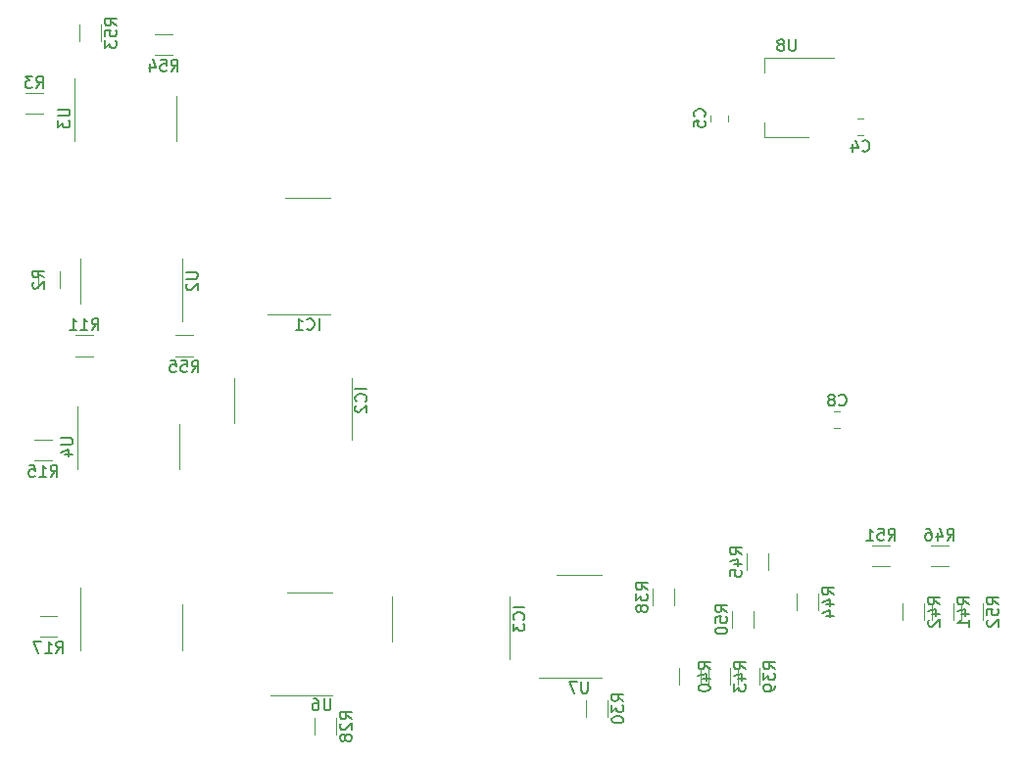
<source format=gbr>
%TF.GenerationSoftware,KiCad,Pcbnew,7.0.1*%
%TF.CreationDate,2023-04-28T17:30:44+02:00*%
%TF.ProjectId,Hexapod_Hardware,48657861-706f-4645-9f48-617264776172,rev?*%
%TF.SameCoordinates,Original*%
%TF.FileFunction,Legend,Bot*%
%TF.FilePolarity,Positive*%
%FSLAX46Y46*%
G04 Gerber Fmt 4.6, Leading zero omitted, Abs format (unit mm)*
G04 Created by KiCad (PCBNEW 7.0.1) date 2023-04-28 17:30:44*
%MOMM*%
%LPD*%
G01*
G04 APERTURE LIST*
%ADD10C,0.150000*%
%ADD11C,0.120000*%
G04 APERTURE END LIST*
D10*
%TO.C,U7*%
X114364904Y-107358619D02*
X114364904Y-108168142D01*
X114364904Y-108168142D02*
X114317285Y-108263380D01*
X114317285Y-108263380D02*
X114269666Y-108311000D01*
X114269666Y-108311000D02*
X114174428Y-108358619D01*
X114174428Y-108358619D02*
X113983952Y-108358619D01*
X113983952Y-108358619D02*
X113888714Y-108311000D01*
X113888714Y-108311000D02*
X113841095Y-108263380D01*
X113841095Y-108263380D02*
X113793476Y-108168142D01*
X113793476Y-108168142D02*
X113793476Y-107358619D01*
X113412523Y-107358619D02*
X112745857Y-107358619D01*
X112745857Y-107358619D02*
X113174428Y-108358619D01*
%TO.C,U8*%
X132333904Y-51858619D02*
X132333904Y-52668142D01*
X132333904Y-52668142D02*
X132286285Y-52763380D01*
X132286285Y-52763380D02*
X132238666Y-52811000D01*
X132238666Y-52811000D02*
X132143428Y-52858619D01*
X132143428Y-52858619D02*
X131952952Y-52858619D01*
X131952952Y-52858619D02*
X131857714Y-52811000D01*
X131857714Y-52811000D02*
X131810095Y-52763380D01*
X131810095Y-52763380D02*
X131762476Y-52668142D01*
X131762476Y-52668142D02*
X131762476Y-51858619D01*
X131143428Y-52287190D02*
X131238666Y-52239571D01*
X131238666Y-52239571D02*
X131286285Y-52191952D01*
X131286285Y-52191952D02*
X131333904Y-52096714D01*
X131333904Y-52096714D02*
X131333904Y-52049095D01*
X131333904Y-52049095D02*
X131286285Y-51953857D01*
X131286285Y-51953857D02*
X131238666Y-51906238D01*
X131238666Y-51906238D02*
X131143428Y-51858619D01*
X131143428Y-51858619D02*
X130952952Y-51858619D01*
X130952952Y-51858619D02*
X130857714Y-51906238D01*
X130857714Y-51906238D02*
X130810095Y-51953857D01*
X130810095Y-51953857D02*
X130762476Y-52049095D01*
X130762476Y-52049095D02*
X130762476Y-52096714D01*
X130762476Y-52096714D02*
X130810095Y-52191952D01*
X130810095Y-52191952D02*
X130857714Y-52239571D01*
X130857714Y-52239571D02*
X130952952Y-52287190D01*
X130952952Y-52287190D02*
X131143428Y-52287190D01*
X131143428Y-52287190D02*
X131238666Y-52334809D01*
X131238666Y-52334809D02*
X131286285Y-52382428D01*
X131286285Y-52382428D02*
X131333904Y-52477666D01*
X131333904Y-52477666D02*
X131333904Y-52668142D01*
X131333904Y-52668142D02*
X131286285Y-52763380D01*
X131286285Y-52763380D02*
X131238666Y-52811000D01*
X131238666Y-52811000D02*
X131143428Y-52858619D01*
X131143428Y-52858619D02*
X130952952Y-52858619D01*
X130952952Y-52858619D02*
X130857714Y-52811000D01*
X130857714Y-52811000D02*
X130810095Y-52763380D01*
X130810095Y-52763380D02*
X130762476Y-52668142D01*
X130762476Y-52668142D02*
X130762476Y-52477666D01*
X130762476Y-52477666D02*
X130810095Y-52382428D01*
X130810095Y-52382428D02*
X130857714Y-52334809D01*
X130857714Y-52334809D02*
X130952952Y-52287190D01*
%TO.C,R55*%
X80144857Y-80609119D02*
X80478190Y-80132928D01*
X80716285Y-80609119D02*
X80716285Y-79609119D01*
X80716285Y-79609119D02*
X80335333Y-79609119D01*
X80335333Y-79609119D02*
X80240095Y-79656738D01*
X80240095Y-79656738D02*
X80192476Y-79704357D01*
X80192476Y-79704357D02*
X80144857Y-79799595D01*
X80144857Y-79799595D02*
X80144857Y-79942452D01*
X80144857Y-79942452D02*
X80192476Y-80037690D01*
X80192476Y-80037690D02*
X80240095Y-80085309D01*
X80240095Y-80085309D02*
X80335333Y-80132928D01*
X80335333Y-80132928D02*
X80716285Y-80132928D01*
X79240095Y-79609119D02*
X79716285Y-79609119D01*
X79716285Y-79609119D02*
X79763904Y-80085309D01*
X79763904Y-80085309D02*
X79716285Y-80037690D01*
X79716285Y-80037690D02*
X79621047Y-79990071D01*
X79621047Y-79990071D02*
X79382952Y-79990071D01*
X79382952Y-79990071D02*
X79287714Y-80037690D01*
X79287714Y-80037690D02*
X79240095Y-80085309D01*
X79240095Y-80085309D02*
X79192476Y-80180547D01*
X79192476Y-80180547D02*
X79192476Y-80418642D01*
X79192476Y-80418642D02*
X79240095Y-80513880D01*
X79240095Y-80513880D02*
X79287714Y-80561500D01*
X79287714Y-80561500D02*
X79382952Y-80609119D01*
X79382952Y-80609119D02*
X79621047Y-80609119D01*
X79621047Y-80609119D02*
X79716285Y-80561500D01*
X79716285Y-80561500D02*
X79763904Y-80513880D01*
X78287714Y-79609119D02*
X78763904Y-79609119D01*
X78763904Y-79609119D02*
X78811523Y-80085309D01*
X78811523Y-80085309D02*
X78763904Y-80037690D01*
X78763904Y-80037690D02*
X78668666Y-79990071D01*
X78668666Y-79990071D02*
X78430571Y-79990071D01*
X78430571Y-79990071D02*
X78335333Y-80037690D01*
X78335333Y-80037690D02*
X78287714Y-80085309D01*
X78287714Y-80085309D02*
X78240095Y-80180547D01*
X78240095Y-80180547D02*
X78240095Y-80418642D01*
X78240095Y-80418642D02*
X78287714Y-80513880D01*
X78287714Y-80513880D02*
X78335333Y-80561500D01*
X78335333Y-80561500D02*
X78430571Y-80609119D01*
X78430571Y-80609119D02*
X78668666Y-80609119D01*
X78668666Y-80609119D02*
X78763904Y-80561500D01*
X78763904Y-80561500D02*
X78811523Y-80513880D01*
%TO.C,IC1*%
X91146189Y-76974619D02*
X91146189Y-75974619D01*
X90098571Y-76879380D02*
X90146190Y-76927000D01*
X90146190Y-76927000D02*
X90289047Y-76974619D01*
X90289047Y-76974619D02*
X90384285Y-76974619D01*
X90384285Y-76974619D02*
X90527142Y-76927000D01*
X90527142Y-76927000D02*
X90622380Y-76831761D01*
X90622380Y-76831761D02*
X90669999Y-76736523D01*
X90669999Y-76736523D02*
X90717618Y-76546047D01*
X90717618Y-76546047D02*
X90717618Y-76403190D01*
X90717618Y-76403190D02*
X90669999Y-76212714D01*
X90669999Y-76212714D02*
X90622380Y-76117476D01*
X90622380Y-76117476D02*
X90527142Y-76022238D01*
X90527142Y-76022238D02*
X90384285Y-75974619D01*
X90384285Y-75974619D02*
X90289047Y-75974619D01*
X90289047Y-75974619D02*
X90146190Y-76022238D01*
X90146190Y-76022238D02*
X90098571Y-76069857D01*
X89146190Y-76974619D02*
X89717618Y-76974619D01*
X89431904Y-76974619D02*
X89431904Y-75974619D01*
X89431904Y-75974619D02*
X89527142Y-76117476D01*
X89527142Y-76117476D02*
X89622380Y-76212714D01*
X89622380Y-76212714D02*
X89717618Y-76260333D01*
%TO.C,R2*%
X67370619Y-72451333D02*
X66894428Y-72118000D01*
X67370619Y-71879905D02*
X66370619Y-71879905D01*
X66370619Y-71879905D02*
X66370619Y-72260857D01*
X66370619Y-72260857D02*
X66418238Y-72356095D01*
X66418238Y-72356095D02*
X66465857Y-72403714D01*
X66465857Y-72403714D02*
X66561095Y-72451333D01*
X66561095Y-72451333D02*
X66703952Y-72451333D01*
X66703952Y-72451333D02*
X66799190Y-72403714D01*
X66799190Y-72403714D02*
X66846809Y-72356095D01*
X66846809Y-72356095D02*
X66894428Y-72260857D01*
X66894428Y-72260857D02*
X66894428Y-71879905D01*
X66465857Y-72832286D02*
X66418238Y-72879905D01*
X66418238Y-72879905D02*
X66370619Y-72975143D01*
X66370619Y-72975143D02*
X66370619Y-73213238D01*
X66370619Y-73213238D02*
X66418238Y-73308476D01*
X66418238Y-73308476D02*
X66465857Y-73356095D01*
X66465857Y-73356095D02*
X66561095Y-73403714D01*
X66561095Y-73403714D02*
X66656333Y-73403714D01*
X66656333Y-73403714D02*
X66799190Y-73356095D01*
X66799190Y-73356095D02*
X67370619Y-72784667D01*
X67370619Y-72784667D02*
X67370619Y-73403714D01*
%TO.C,R41*%
X147316619Y-100703142D02*
X146840428Y-100369809D01*
X147316619Y-100131714D02*
X146316619Y-100131714D01*
X146316619Y-100131714D02*
X146316619Y-100512666D01*
X146316619Y-100512666D02*
X146364238Y-100607904D01*
X146364238Y-100607904D02*
X146411857Y-100655523D01*
X146411857Y-100655523D02*
X146507095Y-100703142D01*
X146507095Y-100703142D02*
X146649952Y-100703142D01*
X146649952Y-100703142D02*
X146745190Y-100655523D01*
X146745190Y-100655523D02*
X146792809Y-100607904D01*
X146792809Y-100607904D02*
X146840428Y-100512666D01*
X146840428Y-100512666D02*
X146840428Y-100131714D01*
X146649952Y-101560285D02*
X147316619Y-101560285D01*
X146269000Y-101322190D02*
X146983285Y-101084095D01*
X146983285Y-101084095D02*
X146983285Y-101703142D01*
X147316619Y-102607904D02*
X147316619Y-102036476D01*
X147316619Y-102322190D02*
X146316619Y-102322190D01*
X146316619Y-102322190D02*
X146459476Y-102226952D01*
X146459476Y-102226952D02*
X146554714Y-102131714D01*
X146554714Y-102131714D02*
X146602333Y-102036476D01*
%TO.C,R53*%
X73656619Y-50665142D02*
X73180428Y-50331809D01*
X73656619Y-50093714D02*
X72656619Y-50093714D01*
X72656619Y-50093714D02*
X72656619Y-50474666D01*
X72656619Y-50474666D02*
X72704238Y-50569904D01*
X72704238Y-50569904D02*
X72751857Y-50617523D01*
X72751857Y-50617523D02*
X72847095Y-50665142D01*
X72847095Y-50665142D02*
X72989952Y-50665142D01*
X72989952Y-50665142D02*
X73085190Y-50617523D01*
X73085190Y-50617523D02*
X73132809Y-50569904D01*
X73132809Y-50569904D02*
X73180428Y-50474666D01*
X73180428Y-50474666D02*
X73180428Y-50093714D01*
X72656619Y-51569904D02*
X72656619Y-51093714D01*
X72656619Y-51093714D02*
X73132809Y-51046095D01*
X73132809Y-51046095D02*
X73085190Y-51093714D01*
X73085190Y-51093714D02*
X73037571Y-51188952D01*
X73037571Y-51188952D02*
X73037571Y-51427047D01*
X73037571Y-51427047D02*
X73085190Y-51522285D01*
X73085190Y-51522285D02*
X73132809Y-51569904D01*
X73132809Y-51569904D02*
X73228047Y-51617523D01*
X73228047Y-51617523D02*
X73466142Y-51617523D01*
X73466142Y-51617523D02*
X73561380Y-51569904D01*
X73561380Y-51569904D02*
X73609000Y-51522285D01*
X73609000Y-51522285D02*
X73656619Y-51427047D01*
X73656619Y-51427047D02*
X73656619Y-51188952D01*
X73656619Y-51188952D02*
X73609000Y-51093714D01*
X73609000Y-51093714D02*
X73561380Y-51046095D01*
X72656619Y-51950857D02*
X72656619Y-52569904D01*
X72656619Y-52569904D02*
X73037571Y-52236571D01*
X73037571Y-52236571D02*
X73037571Y-52379428D01*
X73037571Y-52379428D02*
X73085190Y-52474666D01*
X73085190Y-52474666D02*
X73132809Y-52522285D01*
X73132809Y-52522285D02*
X73228047Y-52569904D01*
X73228047Y-52569904D02*
X73466142Y-52569904D01*
X73466142Y-52569904D02*
X73561380Y-52522285D01*
X73561380Y-52522285D02*
X73609000Y-52474666D01*
X73609000Y-52474666D02*
X73656619Y-52379428D01*
X73656619Y-52379428D02*
X73656619Y-52093714D01*
X73656619Y-52093714D02*
X73609000Y-51998476D01*
X73609000Y-51998476D02*
X73561380Y-51950857D01*
%TO.C,R30*%
X117442119Y-109052642D02*
X116965928Y-108719309D01*
X117442119Y-108481214D02*
X116442119Y-108481214D01*
X116442119Y-108481214D02*
X116442119Y-108862166D01*
X116442119Y-108862166D02*
X116489738Y-108957404D01*
X116489738Y-108957404D02*
X116537357Y-109005023D01*
X116537357Y-109005023D02*
X116632595Y-109052642D01*
X116632595Y-109052642D02*
X116775452Y-109052642D01*
X116775452Y-109052642D02*
X116870690Y-109005023D01*
X116870690Y-109005023D02*
X116918309Y-108957404D01*
X116918309Y-108957404D02*
X116965928Y-108862166D01*
X116965928Y-108862166D02*
X116965928Y-108481214D01*
X116442119Y-109385976D02*
X116442119Y-110005023D01*
X116442119Y-110005023D02*
X116823071Y-109671690D01*
X116823071Y-109671690D02*
X116823071Y-109814547D01*
X116823071Y-109814547D02*
X116870690Y-109909785D01*
X116870690Y-109909785D02*
X116918309Y-109957404D01*
X116918309Y-109957404D02*
X117013547Y-110005023D01*
X117013547Y-110005023D02*
X117251642Y-110005023D01*
X117251642Y-110005023D02*
X117346880Y-109957404D01*
X117346880Y-109957404D02*
X117394500Y-109909785D01*
X117394500Y-109909785D02*
X117442119Y-109814547D01*
X117442119Y-109814547D02*
X117442119Y-109528833D01*
X117442119Y-109528833D02*
X117394500Y-109433595D01*
X117394500Y-109433595D02*
X117346880Y-109385976D01*
X116442119Y-110624071D02*
X116442119Y-110719309D01*
X116442119Y-110719309D02*
X116489738Y-110814547D01*
X116489738Y-110814547D02*
X116537357Y-110862166D01*
X116537357Y-110862166D02*
X116632595Y-110909785D01*
X116632595Y-110909785D02*
X116823071Y-110957404D01*
X116823071Y-110957404D02*
X117061166Y-110957404D01*
X117061166Y-110957404D02*
X117251642Y-110909785D01*
X117251642Y-110909785D02*
X117346880Y-110862166D01*
X117346880Y-110862166D02*
X117394500Y-110814547D01*
X117394500Y-110814547D02*
X117442119Y-110719309D01*
X117442119Y-110719309D02*
X117442119Y-110624071D01*
X117442119Y-110624071D02*
X117394500Y-110528833D01*
X117394500Y-110528833D02*
X117346880Y-110481214D01*
X117346880Y-110481214D02*
X117251642Y-110433595D01*
X117251642Y-110433595D02*
X117061166Y-110385976D01*
X117061166Y-110385976D02*
X116823071Y-110385976D01*
X116823071Y-110385976D02*
X116632595Y-110433595D01*
X116632595Y-110433595D02*
X116537357Y-110481214D01*
X116537357Y-110481214D02*
X116489738Y-110528833D01*
X116489738Y-110528833D02*
X116442119Y-110624071D01*
%TO.C,R51*%
X140342857Y-95162619D02*
X140676190Y-94686428D01*
X140914285Y-95162619D02*
X140914285Y-94162619D01*
X140914285Y-94162619D02*
X140533333Y-94162619D01*
X140533333Y-94162619D02*
X140438095Y-94210238D01*
X140438095Y-94210238D02*
X140390476Y-94257857D01*
X140390476Y-94257857D02*
X140342857Y-94353095D01*
X140342857Y-94353095D02*
X140342857Y-94495952D01*
X140342857Y-94495952D02*
X140390476Y-94591190D01*
X140390476Y-94591190D02*
X140438095Y-94638809D01*
X140438095Y-94638809D02*
X140533333Y-94686428D01*
X140533333Y-94686428D02*
X140914285Y-94686428D01*
X139438095Y-94162619D02*
X139914285Y-94162619D01*
X139914285Y-94162619D02*
X139961904Y-94638809D01*
X139961904Y-94638809D02*
X139914285Y-94591190D01*
X139914285Y-94591190D02*
X139819047Y-94543571D01*
X139819047Y-94543571D02*
X139580952Y-94543571D01*
X139580952Y-94543571D02*
X139485714Y-94591190D01*
X139485714Y-94591190D02*
X139438095Y-94638809D01*
X139438095Y-94638809D02*
X139390476Y-94734047D01*
X139390476Y-94734047D02*
X139390476Y-94972142D01*
X139390476Y-94972142D02*
X139438095Y-95067380D01*
X139438095Y-95067380D02*
X139485714Y-95115000D01*
X139485714Y-95115000D02*
X139580952Y-95162619D01*
X139580952Y-95162619D02*
X139819047Y-95162619D01*
X139819047Y-95162619D02*
X139914285Y-95115000D01*
X139914285Y-95115000D02*
X139961904Y-95067380D01*
X138438095Y-95162619D02*
X139009523Y-95162619D01*
X138723809Y-95162619D02*
X138723809Y-94162619D01*
X138723809Y-94162619D02*
X138819047Y-94305476D01*
X138819047Y-94305476D02*
X138914285Y-94400714D01*
X138914285Y-94400714D02*
X139009523Y-94448333D01*
%TO.C,R54*%
X78366857Y-54606619D02*
X78700190Y-54130428D01*
X78938285Y-54606619D02*
X78938285Y-53606619D01*
X78938285Y-53606619D02*
X78557333Y-53606619D01*
X78557333Y-53606619D02*
X78462095Y-53654238D01*
X78462095Y-53654238D02*
X78414476Y-53701857D01*
X78414476Y-53701857D02*
X78366857Y-53797095D01*
X78366857Y-53797095D02*
X78366857Y-53939952D01*
X78366857Y-53939952D02*
X78414476Y-54035190D01*
X78414476Y-54035190D02*
X78462095Y-54082809D01*
X78462095Y-54082809D02*
X78557333Y-54130428D01*
X78557333Y-54130428D02*
X78938285Y-54130428D01*
X77462095Y-53606619D02*
X77938285Y-53606619D01*
X77938285Y-53606619D02*
X77985904Y-54082809D01*
X77985904Y-54082809D02*
X77938285Y-54035190D01*
X77938285Y-54035190D02*
X77843047Y-53987571D01*
X77843047Y-53987571D02*
X77604952Y-53987571D01*
X77604952Y-53987571D02*
X77509714Y-54035190D01*
X77509714Y-54035190D02*
X77462095Y-54082809D01*
X77462095Y-54082809D02*
X77414476Y-54178047D01*
X77414476Y-54178047D02*
X77414476Y-54416142D01*
X77414476Y-54416142D02*
X77462095Y-54511380D01*
X77462095Y-54511380D02*
X77509714Y-54559000D01*
X77509714Y-54559000D02*
X77604952Y-54606619D01*
X77604952Y-54606619D02*
X77843047Y-54606619D01*
X77843047Y-54606619D02*
X77938285Y-54559000D01*
X77938285Y-54559000D02*
X77985904Y-54511380D01*
X76557333Y-53939952D02*
X76557333Y-54606619D01*
X76795428Y-53559000D02*
X77033523Y-54273285D01*
X77033523Y-54273285D02*
X76414476Y-54273285D01*
%TO.C,R40*%
X124922619Y-106291142D02*
X124446428Y-105957809D01*
X124922619Y-105719714D02*
X123922619Y-105719714D01*
X123922619Y-105719714D02*
X123922619Y-106100666D01*
X123922619Y-106100666D02*
X123970238Y-106195904D01*
X123970238Y-106195904D02*
X124017857Y-106243523D01*
X124017857Y-106243523D02*
X124113095Y-106291142D01*
X124113095Y-106291142D02*
X124255952Y-106291142D01*
X124255952Y-106291142D02*
X124351190Y-106243523D01*
X124351190Y-106243523D02*
X124398809Y-106195904D01*
X124398809Y-106195904D02*
X124446428Y-106100666D01*
X124446428Y-106100666D02*
X124446428Y-105719714D01*
X124255952Y-107148285D02*
X124922619Y-107148285D01*
X123875000Y-106910190D02*
X124589285Y-106672095D01*
X124589285Y-106672095D02*
X124589285Y-107291142D01*
X123922619Y-107862571D02*
X123922619Y-107957809D01*
X123922619Y-107957809D02*
X123970238Y-108053047D01*
X123970238Y-108053047D02*
X124017857Y-108100666D01*
X124017857Y-108100666D02*
X124113095Y-108148285D01*
X124113095Y-108148285D02*
X124303571Y-108195904D01*
X124303571Y-108195904D02*
X124541666Y-108195904D01*
X124541666Y-108195904D02*
X124732142Y-108148285D01*
X124732142Y-108148285D02*
X124827380Y-108100666D01*
X124827380Y-108100666D02*
X124875000Y-108053047D01*
X124875000Y-108053047D02*
X124922619Y-107957809D01*
X124922619Y-107957809D02*
X124922619Y-107862571D01*
X124922619Y-107862571D02*
X124875000Y-107767333D01*
X124875000Y-107767333D02*
X124827380Y-107719714D01*
X124827380Y-107719714D02*
X124732142Y-107672095D01*
X124732142Y-107672095D02*
X124541666Y-107624476D01*
X124541666Y-107624476D02*
X124303571Y-107624476D01*
X124303571Y-107624476D02*
X124113095Y-107672095D01*
X124113095Y-107672095D02*
X124017857Y-107719714D01*
X124017857Y-107719714D02*
X123970238Y-107767333D01*
X123970238Y-107767333D02*
X123922619Y-107862571D01*
%TO.C,U4*%
X68858619Y-86295095D02*
X69668142Y-86295095D01*
X69668142Y-86295095D02*
X69763380Y-86342714D01*
X69763380Y-86342714D02*
X69811000Y-86390333D01*
X69811000Y-86390333D02*
X69858619Y-86485571D01*
X69858619Y-86485571D02*
X69858619Y-86676047D01*
X69858619Y-86676047D02*
X69811000Y-86771285D01*
X69811000Y-86771285D02*
X69763380Y-86818904D01*
X69763380Y-86818904D02*
X69668142Y-86866523D01*
X69668142Y-86866523D02*
X68858619Y-86866523D01*
X69191952Y-87771285D02*
X69858619Y-87771285D01*
X68811000Y-87533190D02*
X69525285Y-87295095D01*
X69525285Y-87295095D02*
X69525285Y-87914142D01*
%TO.C,C4*%
X138088666Y-61483380D02*
X138136285Y-61531000D01*
X138136285Y-61531000D02*
X138279142Y-61578619D01*
X138279142Y-61578619D02*
X138374380Y-61578619D01*
X138374380Y-61578619D02*
X138517237Y-61531000D01*
X138517237Y-61531000D02*
X138612475Y-61435761D01*
X138612475Y-61435761D02*
X138660094Y-61340523D01*
X138660094Y-61340523D02*
X138707713Y-61150047D01*
X138707713Y-61150047D02*
X138707713Y-61007190D01*
X138707713Y-61007190D02*
X138660094Y-60816714D01*
X138660094Y-60816714D02*
X138612475Y-60721476D01*
X138612475Y-60721476D02*
X138517237Y-60626238D01*
X138517237Y-60626238D02*
X138374380Y-60578619D01*
X138374380Y-60578619D02*
X138279142Y-60578619D01*
X138279142Y-60578619D02*
X138136285Y-60626238D01*
X138136285Y-60626238D02*
X138088666Y-60673857D01*
X137231523Y-60911952D02*
X137231523Y-61578619D01*
X137469618Y-60531000D02*
X137707713Y-61245285D01*
X137707713Y-61245285D02*
X137088666Y-61245285D01*
%TO.C,IC3*%
X108909619Y-100979810D02*
X107909619Y-100979810D01*
X108814380Y-102027428D02*
X108862000Y-101979809D01*
X108862000Y-101979809D02*
X108909619Y-101836952D01*
X108909619Y-101836952D02*
X108909619Y-101741714D01*
X108909619Y-101741714D02*
X108862000Y-101598857D01*
X108862000Y-101598857D02*
X108766761Y-101503619D01*
X108766761Y-101503619D02*
X108671523Y-101456000D01*
X108671523Y-101456000D02*
X108481047Y-101408381D01*
X108481047Y-101408381D02*
X108338190Y-101408381D01*
X108338190Y-101408381D02*
X108147714Y-101456000D01*
X108147714Y-101456000D02*
X108052476Y-101503619D01*
X108052476Y-101503619D02*
X107957238Y-101598857D01*
X107957238Y-101598857D02*
X107909619Y-101741714D01*
X107909619Y-101741714D02*
X107909619Y-101836952D01*
X107909619Y-101836952D02*
X107957238Y-101979809D01*
X107957238Y-101979809D02*
X108004857Y-102027428D01*
X107909619Y-102360762D02*
X107909619Y-102979809D01*
X107909619Y-102979809D02*
X108290571Y-102646476D01*
X108290571Y-102646476D02*
X108290571Y-102789333D01*
X108290571Y-102789333D02*
X108338190Y-102884571D01*
X108338190Y-102884571D02*
X108385809Y-102932190D01*
X108385809Y-102932190D02*
X108481047Y-102979809D01*
X108481047Y-102979809D02*
X108719142Y-102979809D01*
X108719142Y-102979809D02*
X108814380Y-102932190D01*
X108814380Y-102932190D02*
X108862000Y-102884571D01*
X108862000Y-102884571D02*
X108909619Y-102789333D01*
X108909619Y-102789333D02*
X108909619Y-102503619D01*
X108909619Y-102503619D02*
X108862000Y-102408381D01*
X108862000Y-102408381D02*
X108814380Y-102360762D01*
%TO.C,R28*%
X93976619Y-110609142D02*
X93500428Y-110275809D01*
X93976619Y-110037714D02*
X92976619Y-110037714D01*
X92976619Y-110037714D02*
X92976619Y-110418666D01*
X92976619Y-110418666D02*
X93024238Y-110513904D01*
X93024238Y-110513904D02*
X93071857Y-110561523D01*
X93071857Y-110561523D02*
X93167095Y-110609142D01*
X93167095Y-110609142D02*
X93309952Y-110609142D01*
X93309952Y-110609142D02*
X93405190Y-110561523D01*
X93405190Y-110561523D02*
X93452809Y-110513904D01*
X93452809Y-110513904D02*
X93500428Y-110418666D01*
X93500428Y-110418666D02*
X93500428Y-110037714D01*
X93071857Y-110990095D02*
X93024238Y-111037714D01*
X93024238Y-111037714D02*
X92976619Y-111132952D01*
X92976619Y-111132952D02*
X92976619Y-111371047D01*
X92976619Y-111371047D02*
X93024238Y-111466285D01*
X93024238Y-111466285D02*
X93071857Y-111513904D01*
X93071857Y-111513904D02*
X93167095Y-111561523D01*
X93167095Y-111561523D02*
X93262333Y-111561523D01*
X93262333Y-111561523D02*
X93405190Y-111513904D01*
X93405190Y-111513904D02*
X93976619Y-110942476D01*
X93976619Y-110942476D02*
X93976619Y-111561523D01*
X93405190Y-112132952D02*
X93357571Y-112037714D01*
X93357571Y-112037714D02*
X93309952Y-111990095D01*
X93309952Y-111990095D02*
X93214714Y-111942476D01*
X93214714Y-111942476D02*
X93167095Y-111942476D01*
X93167095Y-111942476D02*
X93071857Y-111990095D01*
X93071857Y-111990095D02*
X93024238Y-112037714D01*
X93024238Y-112037714D02*
X92976619Y-112132952D01*
X92976619Y-112132952D02*
X92976619Y-112323428D01*
X92976619Y-112323428D02*
X93024238Y-112418666D01*
X93024238Y-112418666D02*
X93071857Y-112466285D01*
X93071857Y-112466285D02*
X93167095Y-112513904D01*
X93167095Y-112513904D02*
X93214714Y-112513904D01*
X93214714Y-112513904D02*
X93309952Y-112466285D01*
X93309952Y-112466285D02*
X93357571Y-112418666D01*
X93357571Y-112418666D02*
X93405190Y-112323428D01*
X93405190Y-112323428D02*
X93405190Y-112132952D01*
X93405190Y-112132952D02*
X93452809Y-112037714D01*
X93452809Y-112037714D02*
X93500428Y-111990095D01*
X93500428Y-111990095D02*
X93595666Y-111942476D01*
X93595666Y-111942476D02*
X93786142Y-111942476D01*
X93786142Y-111942476D02*
X93881380Y-111990095D01*
X93881380Y-111990095D02*
X93929000Y-112037714D01*
X93929000Y-112037714D02*
X93976619Y-112132952D01*
X93976619Y-112132952D02*
X93976619Y-112323428D01*
X93976619Y-112323428D02*
X93929000Y-112418666D01*
X93929000Y-112418666D02*
X93881380Y-112466285D01*
X93881380Y-112466285D02*
X93786142Y-112513904D01*
X93786142Y-112513904D02*
X93595666Y-112513904D01*
X93595666Y-112513904D02*
X93500428Y-112466285D01*
X93500428Y-112466285D02*
X93452809Y-112418666D01*
X93452809Y-112418666D02*
X93405190Y-112323428D01*
%TO.C,R50*%
X126404619Y-101361771D02*
X125928428Y-101028438D01*
X126404619Y-100790343D02*
X125404619Y-100790343D01*
X125404619Y-100790343D02*
X125404619Y-101171295D01*
X125404619Y-101171295D02*
X125452238Y-101266533D01*
X125452238Y-101266533D02*
X125499857Y-101314152D01*
X125499857Y-101314152D02*
X125595095Y-101361771D01*
X125595095Y-101361771D02*
X125737952Y-101361771D01*
X125737952Y-101361771D02*
X125833190Y-101314152D01*
X125833190Y-101314152D02*
X125880809Y-101266533D01*
X125880809Y-101266533D02*
X125928428Y-101171295D01*
X125928428Y-101171295D02*
X125928428Y-100790343D01*
X125404619Y-102266533D02*
X125404619Y-101790343D01*
X125404619Y-101790343D02*
X125880809Y-101742724D01*
X125880809Y-101742724D02*
X125833190Y-101790343D01*
X125833190Y-101790343D02*
X125785571Y-101885581D01*
X125785571Y-101885581D02*
X125785571Y-102123676D01*
X125785571Y-102123676D02*
X125833190Y-102218914D01*
X125833190Y-102218914D02*
X125880809Y-102266533D01*
X125880809Y-102266533D02*
X125976047Y-102314152D01*
X125976047Y-102314152D02*
X126214142Y-102314152D01*
X126214142Y-102314152D02*
X126309380Y-102266533D01*
X126309380Y-102266533D02*
X126357000Y-102218914D01*
X126357000Y-102218914D02*
X126404619Y-102123676D01*
X126404619Y-102123676D02*
X126404619Y-101885581D01*
X126404619Y-101885581D02*
X126357000Y-101790343D01*
X126357000Y-101790343D02*
X126309380Y-101742724D01*
X125404619Y-102933200D02*
X125404619Y-103028438D01*
X125404619Y-103028438D02*
X125452238Y-103123676D01*
X125452238Y-103123676D02*
X125499857Y-103171295D01*
X125499857Y-103171295D02*
X125595095Y-103218914D01*
X125595095Y-103218914D02*
X125785571Y-103266533D01*
X125785571Y-103266533D02*
X126023666Y-103266533D01*
X126023666Y-103266533D02*
X126214142Y-103218914D01*
X126214142Y-103218914D02*
X126309380Y-103171295D01*
X126309380Y-103171295D02*
X126357000Y-103123676D01*
X126357000Y-103123676D02*
X126404619Y-103028438D01*
X126404619Y-103028438D02*
X126404619Y-102933200D01*
X126404619Y-102933200D02*
X126357000Y-102837962D01*
X126357000Y-102837962D02*
X126309380Y-102790343D01*
X126309380Y-102790343D02*
X126214142Y-102742724D01*
X126214142Y-102742724D02*
X126023666Y-102695105D01*
X126023666Y-102695105D02*
X125785571Y-102695105D01*
X125785571Y-102695105D02*
X125595095Y-102742724D01*
X125595095Y-102742724D02*
X125499857Y-102790343D01*
X125499857Y-102790343D02*
X125452238Y-102837962D01*
X125452238Y-102837962D02*
X125404619Y-102933200D01*
%TO.C,R52*%
X149856619Y-100703142D02*
X149380428Y-100369809D01*
X149856619Y-100131714D02*
X148856619Y-100131714D01*
X148856619Y-100131714D02*
X148856619Y-100512666D01*
X148856619Y-100512666D02*
X148904238Y-100607904D01*
X148904238Y-100607904D02*
X148951857Y-100655523D01*
X148951857Y-100655523D02*
X149047095Y-100703142D01*
X149047095Y-100703142D02*
X149189952Y-100703142D01*
X149189952Y-100703142D02*
X149285190Y-100655523D01*
X149285190Y-100655523D02*
X149332809Y-100607904D01*
X149332809Y-100607904D02*
X149380428Y-100512666D01*
X149380428Y-100512666D02*
X149380428Y-100131714D01*
X148856619Y-101607904D02*
X148856619Y-101131714D01*
X148856619Y-101131714D02*
X149332809Y-101084095D01*
X149332809Y-101084095D02*
X149285190Y-101131714D01*
X149285190Y-101131714D02*
X149237571Y-101226952D01*
X149237571Y-101226952D02*
X149237571Y-101465047D01*
X149237571Y-101465047D02*
X149285190Y-101560285D01*
X149285190Y-101560285D02*
X149332809Y-101607904D01*
X149332809Y-101607904D02*
X149428047Y-101655523D01*
X149428047Y-101655523D02*
X149666142Y-101655523D01*
X149666142Y-101655523D02*
X149761380Y-101607904D01*
X149761380Y-101607904D02*
X149809000Y-101560285D01*
X149809000Y-101560285D02*
X149856619Y-101465047D01*
X149856619Y-101465047D02*
X149856619Y-101226952D01*
X149856619Y-101226952D02*
X149809000Y-101131714D01*
X149809000Y-101131714D02*
X149761380Y-101084095D01*
X148951857Y-102036476D02*
X148904238Y-102084095D01*
X148904238Y-102084095D02*
X148856619Y-102179333D01*
X148856619Y-102179333D02*
X148856619Y-102417428D01*
X148856619Y-102417428D02*
X148904238Y-102512666D01*
X148904238Y-102512666D02*
X148951857Y-102560285D01*
X148951857Y-102560285D02*
X149047095Y-102607904D01*
X149047095Y-102607904D02*
X149142333Y-102607904D01*
X149142333Y-102607904D02*
X149285190Y-102560285D01*
X149285190Y-102560285D02*
X149856619Y-101988857D01*
X149856619Y-101988857D02*
X149856619Y-102607904D01*
%TO.C,R15*%
X67952857Y-89658619D02*
X68286190Y-89182428D01*
X68524285Y-89658619D02*
X68524285Y-88658619D01*
X68524285Y-88658619D02*
X68143333Y-88658619D01*
X68143333Y-88658619D02*
X68048095Y-88706238D01*
X68048095Y-88706238D02*
X68000476Y-88753857D01*
X68000476Y-88753857D02*
X67952857Y-88849095D01*
X67952857Y-88849095D02*
X67952857Y-88991952D01*
X67952857Y-88991952D02*
X68000476Y-89087190D01*
X68000476Y-89087190D02*
X68048095Y-89134809D01*
X68048095Y-89134809D02*
X68143333Y-89182428D01*
X68143333Y-89182428D02*
X68524285Y-89182428D01*
X67000476Y-89658619D02*
X67571904Y-89658619D01*
X67286190Y-89658619D02*
X67286190Y-88658619D01*
X67286190Y-88658619D02*
X67381428Y-88801476D01*
X67381428Y-88801476D02*
X67476666Y-88896714D01*
X67476666Y-88896714D02*
X67571904Y-88944333D01*
X66095714Y-88658619D02*
X66571904Y-88658619D01*
X66571904Y-88658619D02*
X66619523Y-89134809D01*
X66619523Y-89134809D02*
X66571904Y-89087190D01*
X66571904Y-89087190D02*
X66476666Y-89039571D01*
X66476666Y-89039571D02*
X66238571Y-89039571D01*
X66238571Y-89039571D02*
X66143333Y-89087190D01*
X66143333Y-89087190D02*
X66095714Y-89134809D01*
X66095714Y-89134809D02*
X66048095Y-89230047D01*
X66048095Y-89230047D02*
X66048095Y-89468142D01*
X66048095Y-89468142D02*
X66095714Y-89563380D01*
X66095714Y-89563380D02*
X66143333Y-89611000D01*
X66143333Y-89611000D02*
X66238571Y-89658619D01*
X66238571Y-89658619D02*
X66476666Y-89658619D01*
X66476666Y-89658619D02*
X66571904Y-89611000D01*
X66571904Y-89611000D02*
X66619523Y-89563380D01*
%TO.C,R39*%
X130552619Y-106291142D02*
X130076428Y-105957809D01*
X130552619Y-105719714D02*
X129552619Y-105719714D01*
X129552619Y-105719714D02*
X129552619Y-106100666D01*
X129552619Y-106100666D02*
X129600238Y-106195904D01*
X129600238Y-106195904D02*
X129647857Y-106243523D01*
X129647857Y-106243523D02*
X129743095Y-106291142D01*
X129743095Y-106291142D02*
X129885952Y-106291142D01*
X129885952Y-106291142D02*
X129981190Y-106243523D01*
X129981190Y-106243523D02*
X130028809Y-106195904D01*
X130028809Y-106195904D02*
X130076428Y-106100666D01*
X130076428Y-106100666D02*
X130076428Y-105719714D01*
X129552619Y-106624476D02*
X129552619Y-107243523D01*
X129552619Y-107243523D02*
X129933571Y-106910190D01*
X129933571Y-106910190D02*
X129933571Y-107053047D01*
X129933571Y-107053047D02*
X129981190Y-107148285D01*
X129981190Y-107148285D02*
X130028809Y-107195904D01*
X130028809Y-107195904D02*
X130124047Y-107243523D01*
X130124047Y-107243523D02*
X130362142Y-107243523D01*
X130362142Y-107243523D02*
X130457380Y-107195904D01*
X130457380Y-107195904D02*
X130505000Y-107148285D01*
X130505000Y-107148285D02*
X130552619Y-107053047D01*
X130552619Y-107053047D02*
X130552619Y-106767333D01*
X130552619Y-106767333D02*
X130505000Y-106672095D01*
X130505000Y-106672095D02*
X130457380Y-106624476D01*
X130552619Y-107719714D02*
X130552619Y-107910190D01*
X130552619Y-107910190D02*
X130505000Y-108005428D01*
X130505000Y-108005428D02*
X130457380Y-108053047D01*
X130457380Y-108053047D02*
X130314523Y-108148285D01*
X130314523Y-108148285D02*
X130124047Y-108195904D01*
X130124047Y-108195904D02*
X129743095Y-108195904D01*
X129743095Y-108195904D02*
X129647857Y-108148285D01*
X129647857Y-108148285D02*
X129600238Y-108100666D01*
X129600238Y-108100666D02*
X129552619Y-108005428D01*
X129552619Y-108005428D02*
X129552619Y-107814952D01*
X129552619Y-107814952D02*
X129600238Y-107719714D01*
X129600238Y-107719714D02*
X129647857Y-107672095D01*
X129647857Y-107672095D02*
X129743095Y-107624476D01*
X129743095Y-107624476D02*
X129981190Y-107624476D01*
X129981190Y-107624476D02*
X130076428Y-107672095D01*
X130076428Y-107672095D02*
X130124047Y-107719714D01*
X130124047Y-107719714D02*
X130171666Y-107814952D01*
X130171666Y-107814952D02*
X130171666Y-108005428D01*
X130171666Y-108005428D02*
X130124047Y-108100666D01*
X130124047Y-108100666D02*
X130076428Y-108148285D01*
X130076428Y-108148285D02*
X129981190Y-108195904D01*
%TO.C,R45*%
X127674619Y-96385142D02*
X127198428Y-96051809D01*
X127674619Y-95813714D02*
X126674619Y-95813714D01*
X126674619Y-95813714D02*
X126674619Y-96194666D01*
X126674619Y-96194666D02*
X126722238Y-96289904D01*
X126722238Y-96289904D02*
X126769857Y-96337523D01*
X126769857Y-96337523D02*
X126865095Y-96385142D01*
X126865095Y-96385142D02*
X127007952Y-96385142D01*
X127007952Y-96385142D02*
X127103190Y-96337523D01*
X127103190Y-96337523D02*
X127150809Y-96289904D01*
X127150809Y-96289904D02*
X127198428Y-96194666D01*
X127198428Y-96194666D02*
X127198428Y-95813714D01*
X127007952Y-97242285D02*
X127674619Y-97242285D01*
X126627000Y-97004190D02*
X127341285Y-96766095D01*
X127341285Y-96766095D02*
X127341285Y-97385142D01*
X126674619Y-98242285D02*
X126674619Y-97766095D01*
X126674619Y-97766095D02*
X127150809Y-97718476D01*
X127150809Y-97718476D02*
X127103190Y-97766095D01*
X127103190Y-97766095D02*
X127055571Y-97861333D01*
X127055571Y-97861333D02*
X127055571Y-98099428D01*
X127055571Y-98099428D02*
X127103190Y-98194666D01*
X127103190Y-98194666D02*
X127150809Y-98242285D01*
X127150809Y-98242285D02*
X127246047Y-98289904D01*
X127246047Y-98289904D02*
X127484142Y-98289904D01*
X127484142Y-98289904D02*
X127579380Y-98242285D01*
X127579380Y-98242285D02*
X127627000Y-98194666D01*
X127627000Y-98194666D02*
X127674619Y-98099428D01*
X127674619Y-98099428D02*
X127674619Y-97861333D01*
X127674619Y-97861333D02*
X127627000Y-97766095D01*
X127627000Y-97766095D02*
X127579380Y-97718476D01*
%TO.C,C5*%
X124417380Y-58507333D02*
X124465000Y-58459714D01*
X124465000Y-58459714D02*
X124512619Y-58316857D01*
X124512619Y-58316857D02*
X124512619Y-58221619D01*
X124512619Y-58221619D02*
X124465000Y-58078762D01*
X124465000Y-58078762D02*
X124369761Y-57983524D01*
X124369761Y-57983524D02*
X124274523Y-57935905D01*
X124274523Y-57935905D02*
X124084047Y-57888286D01*
X124084047Y-57888286D02*
X123941190Y-57888286D01*
X123941190Y-57888286D02*
X123750714Y-57935905D01*
X123750714Y-57935905D02*
X123655476Y-57983524D01*
X123655476Y-57983524D02*
X123560238Y-58078762D01*
X123560238Y-58078762D02*
X123512619Y-58221619D01*
X123512619Y-58221619D02*
X123512619Y-58316857D01*
X123512619Y-58316857D02*
X123560238Y-58459714D01*
X123560238Y-58459714D02*
X123607857Y-58507333D01*
X123512619Y-59412095D02*
X123512619Y-58935905D01*
X123512619Y-58935905D02*
X123988809Y-58888286D01*
X123988809Y-58888286D02*
X123941190Y-58935905D01*
X123941190Y-58935905D02*
X123893571Y-59031143D01*
X123893571Y-59031143D02*
X123893571Y-59269238D01*
X123893571Y-59269238D02*
X123941190Y-59364476D01*
X123941190Y-59364476D02*
X123988809Y-59412095D01*
X123988809Y-59412095D02*
X124084047Y-59459714D01*
X124084047Y-59459714D02*
X124322142Y-59459714D01*
X124322142Y-59459714D02*
X124417380Y-59412095D01*
X124417380Y-59412095D02*
X124465000Y-59364476D01*
X124465000Y-59364476D02*
X124512619Y-59269238D01*
X124512619Y-59269238D02*
X124512619Y-59031143D01*
X124512619Y-59031143D02*
X124465000Y-58935905D01*
X124465000Y-58935905D02*
X124417380Y-58888286D01*
%TO.C,R11*%
X71508857Y-76969119D02*
X71842190Y-76492928D01*
X72080285Y-76969119D02*
X72080285Y-75969119D01*
X72080285Y-75969119D02*
X71699333Y-75969119D01*
X71699333Y-75969119D02*
X71604095Y-76016738D01*
X71604095Y-76016738D02*
X71556476Y-76064357D01*
X71556476Y-76064357D02*
X71508857Y-76159595D01*
X71508857Y-76159595D02*
X71508857Y-76302452D01*
X71508857Y-76302452D02*
X71556476Y-76397690D01*
X71556476Y-76397690D02*
X71604095Y-76445309D01*
X71604095Y-76445309D02*
X71699333Y-76492928D01*
X71699333Y-76492928D02*
X72080285Y-76492928D01*
X70556476Y-76969119D02*
X71127904Y-76969119D01*
X70842190Y-76969119D02*
X70842190Y-75969119D01*
X70842190Y-75969119D02*
X70937428Y-76111976D01*
X70937428Y-76111976D02*
X71032666Y-76207214D01*
X71032666Y-76207214D02*
X71127904Y-76254833D01*
X69604095Y-76969119D02*
X70175523Y-76969119D01*
X69889809Y-76969119D02*
X69889809Y-75969119D01*
X69889809Y-75969119D02*
X69985047Y-76111976D01*
X69985047Y-76111976D02*
X70080285Y-76207214D01*
X70080285Y-76207214D02*
X70175523Y-76254833D01*
%TO.C,R38*%
X119546619Y-99433142D02*
X119070428Y-99099809D01*
X119546619Y-98861714D02*
X118546619Y-98861714D01*
X118546619Y-98861714D02*
X118546619Y-99242666D01*
X118546619Y-99242666D02*
X118594238Y-99337904D01*
X118594238Y-99337904D02*
X118641857Y-99385523D01*
X118641857Y-99385523D02*
X118737095Y-99433142D01*
X118737095Y-99433142D02*
X118879952Y-99433142D01*
X118879952Y-99433142D02*
X118975190Y-99385523D01*
X118975190Y-99385523D02*
X119022809Y-99337904D01*
X119022809Y-99337904D02*
X119070428Y-99242666D01*
X119070428Y-99242666D02*
X119070428Y-98861714D01*
X118546619Y-99766476D02*
X118546619Y-100385523D01*
X118546619Y-100385523D02*
X118927571Y-100052190D01*
X118927571Y-100052190D02*
X118927571Y-100195047D01*
X118927571Y-100195047D02*
X118975190Y-100290285D01*
X118975190Y-100290285D02*
X119022809Y-100337904D01*
X119022809Y-100337904D02*
X119118047Y-100385523D01*
X119118047Y-100385523D02*
X119356142Y-100385523D01*
X119356142Y-100385523D02*
X119451380Y-100337904D01*
X119451380Y-100337904D02*
X119499000Y-100290285D01*
X119499000Y-100290285D02*
X119546619Y-100195047D01*
X119546619Y-100195047D02*
X119546619Y-99909333D01*
X119546619Y-99909333D02*
X119499000Y-99814095D01*
X119499000Y-99814095D02*
X119451380Y-99766476D01*
X118975190Y-100956952D02*
X118927571Y-100861714D01*
X118927571Y-100861714D02*
X118879952Y-100814095D01*
X118879952Y-100814095D02*
X118784714Y-100766476D01*
X118784714Y-100766476D02*
X118737095Y-100766476D01*
X118737095Y-100766476D02*
X118641857Y-100814095D01*
X118641857Y-100814095D02*
X118594238Y-100861714D01*
X118594238Y-100861714D02*
X118546619Y-100956952D01*
X118546619Y-100956952D02*
X118546619Y-101147428D01*
X118546619Y-101147428D02*
X118594238Y-101242666D01*
X118594238Y-101242666D02*
X118641857Y-101290285D01*
X118641857Y-101290285D02*
X118737095Y-101337904D01*
X118737095Y-101337904D02*
X118784714Y-101337904D01*
X118784714Y-101337904D02*
X118879952Y-101290285D01*
X118879952Y-101290285D02*
X118927571Y-101242666D01*
X118927571Y-101242666D02*
X118975190Y-101147428D01*
X118975190Y-101147428D02*
X118975190Y-100956952D01*
X118975190Y-100956952D02*
X119022809Y-100861714D01*
X119022809Y-100861714D02*
X119070428Y-100814095D01*
X119070428Y-100814095D02*
X119165666Y-100766476D01*
X119165666Y-100766476D02*
X119356142Y-100766476D01*
X119356142Y-100766476D02*
X119451380Y-100814095D01*
X119451380Y-100814095D02*
X119499000Y-100861714D01*
X119499000Y-100861714D02*
X119546619Y-100956952D01*
X119546619Y-100956952D02*
X119546619Y-101147428D01*
X119546619Y-101147428D02*
X119499000Y-101242666D01*
X119499000Y-101242666D02*
X119451380Y-101290285D01*
X119451380Y-101290285D02*
X119356142Y-101337904D01*
X119356142Y-101337904D02*
X119165666Y-101337904D01*
X119165666Y-101337904D02*
X119070428Y-101290285D01*
X119070428Y-101290285D02*
X119022809Y-101242666D01*
X119022809Y-101242666D02*
X118975190Y-101147428D01*
%TO.C,R46*%
X145422857Y-95162619D02*
X145756190Y-94686428D01*
X145994285Y-95162619D02*
X145994285Y-94162619D01*
X145994285Y-94162619D02*
X145613333Y-94162619D01*
X145613333Y-94162619D02*
X145518095Y-94210238D01*
X145518095Y-94210238D02*
X145470476Y-94257857D01*
X145470476Y-94257857D02*
X145422857Y-94353095D01*
X145422857Y-94353095D02*
X145422857Y-94495952D01*
X145422857Y-94495952D02*
X145470476Y-94591190D01*
X145470476Y-94591190D02*
X145518095Y-94638809D01*
X145518095Y-94638809D02*
X145613333Y-94686428D01*
X145613333Y-94686428D02*
X145994285Y-94686428D01*
X144565714Y-94495952D02*
X144565714Y-95162619D01*
X144803809Y-94115000D02*
X145041904Y-94829285D01*
X145041904Y-94829285D02*
X144422857Y-94829285D01*
X143613333Y-94162619D02*
X143803809Y-94162619D01*
X143803809Y-94162619D02*
X143899047Y-94210238D01*
X143899047Y-94210238D02*
X143946666Y-94257857D01*
X143946666Y-94257857D02*
X144041904Y-94400714D01*
X144041904Y-94400714D02*
X144089523Y-94591190D01*
X144089523Y-94591190D02*
X144089523Y-94972142D01*
X144089523Y-94972142D02*
X144041904Y-95067380D01*
X144041904Y-95067380D02*
X143994285Y-95115000D01*
X143994285Y-95115000D02*
X143899047Y-95162619D01*
X143899047Y-95162619D02*
X143708571Y-95162619D01*
X143708571Y-95162619D02*
X143613333Y-95115000D01*
X143613333Y-95115000D02*
X143565714Y-95067380D01*
X143565714Y-95067380D02*
X143518095Y-94972142D01*
X143518095Y-94972142D02*
X143518095Y-94734047D01*
X143518095Y-94734047D02*
X143565714Y-94638809D01*
X143565714Y-94638809D02*
X143613333Y-94591190D01*
X143613333Y-94591190D02*
X143708571Y-94543571D01*
X143708571Y-94543571D02*
X143899047Y-94543571D01*
X143899047Y-94543571D02*
X143994285Y-94591190D01*
X143994285Y-94591190D02*
X144041904Y-94638809D01*
X144041904Y-94638809D02*
X144089523Y-94734047D01*
%TO.C,R43*%
X128012619Y-106291142D02*
X127536428Y-105957809D01*
X128012619Y-105719714D02*
X127012619Y-105719714D01*
X127012619Y-105719714D02*
X127012619Y-106100666D01*
X127012619Y-106100666D02*
X127060238Y-106195904D01*
X127060238Y-106195904D02*
X127107857Y-106243523D01*
X127107857Y-106243523D02*
X127203095Y-106291142D01*
X127203095Y-106291142D02*
X127345952Y-106291142D01*
X127345952Y-106291142D02*
X127441190Y-106243523D01*
X127441190Y-106243523D02*
X127488809Y-106195904D01*
X127488809Y-106195904D02*
X127536428Y-106100666D01*
X127536428Y-106100666D02*
X127536428Y-105719714D01*
X127345952Y-107148285D02*
X128012619Y-107148285D01*
X126965000Y-106910190D02*
X127679285Y-106672095D01*
X127679285Y-106672095D02*
X127679285Y-107291142D01*
X127012619Y-107576857D02*
X127012619Y-108195904D01*
X127012619Y-108195904D02*
X127393571Y-107862571D01*
X127393571Y-107862571D02*
X127393571Y-108005428D01*
X127393571Y-108005428D02*
X127441190Y-108100666D01*
X127441190Y-108100666D02*
X127488809Y-108148285D01*
X127488809Y-108148285D02*
X127584047Y-108195904D01*
X127584047Y-108195904D02*
X127822142Y-108195904D01*
X127822142Y-108195904D02*
X127917380Y-108148285D01*
X127917380Y-108148285D02*
X127965000Y-108100666D01*
X127965000Y-108100666D02*
X128012619Y-108005428D01*
X128012619Y-108005428D02*
X128012619Y-107719714D01*
X128012619Y-107719714D02*
X127965000Y-107624476D01*
X127965000Y-107624476D02*
X127917380Y-107576857D01*
%TO.C,U6*%
X92136904Y-108856619D02*
X92136904Y-109666142D01*
X92136904Y-109666142D02*
X92089285Y-109761380D01*
X92089285Y-109761380D02*
X92041666Y-109809000D01*
X92041666Y-109809000D02*
X91946428Y-109856619D01*
X91946428Y-109856619D02*
X91755952Y-109856619D01*
X91755952Y-109856619D02*
X91660714Y-109809000D01*
X91660714Y-109809000D02*
X91613095Y-109761380D01*
X91613095Y-109761380D02*
X91565476Y-109666142D01*
X91565476Y-109666142D02*
X91565476Y-108856619D01*
X90660714Y-108856619D02*
X90851190Y-108856619D01*
X90851190Y-108856619D02*
X90946428Y-108904238D01*
X90946428Y-108904238D02*
X90994047Y-108951857D01*
X90994047Y-108951857D02*
X91089285Y-109094714D01*
X91089285Y-109094714D02*
X91136904Y-109285190D01*
X91136904Y-109285190D02*
X91136904Y-109666142D01*
X91136904Y-109666142D02*
X91089285Y-109761380D01*
X91089285Y-109761380D02*
X91041666Y-109809000D01*
X91041666Y-109809000D02*
X90946428Y-109856619D01*
X90946428Y-109856619D02*
X90755952Y-109856619D01*
X90755952Y-109856619D02*
X90660714Y-109809000D01*
X90660714Y-109809000D02*
X90613095Y-109761380D01*
X90613095Y-109761380D02*
X90565476Y-109666142D01*
X90565476Y-109666142D02*
X90565476Y-109428047D01*
X90565476Y-109428047D02*
X90613095Y-109332809D01*
X90613095Y-109332809D02*
X90660714Y-109285190D01*
X90660714Y-109285190D02*
X90755952Y-109237571D01*
X90755952Y-109237571D02*
X90946428Y-109237571D01*
X90946428Y-109237571D02*
X91041666Y-109285190D01*
X91041666Y-109285190D02*
X91089285Y-109332809D01*
X91089285Y-109332809D02*
X91136904Y-109428047D01*
%TO.C,R3*%
X66714666Y-56046619D02*
X67047999Y-55570428D01*
X67286094Y-56046619D02*
X67286094Y-55046619D01*
X67286094Y-55046619D02*
X66905142Y-55046619D01*
X66905142Y-55046619D02*
X66809904Y-55094238D01*
X66809904Y-55094238D02*
X66762285Y-55141857D01*
X66762285Y-55141857D02*
X66714666Y-55237095D01*
X66714666Y-55237095D02*
X66714666Y-55379952D01*
X66714666Y-55379952D02*
X66762285Y-55475190D01*
X66762285Y-55475190D02*
X66809904Y-55522809D01*
X66809904Y-55522809D02*
X66905142Y-55570428D01*
X66905142Y-55570428D02*
X67286094Y-55570428D01*
X66381332Y-55046619D02*
X65762285Y-55046619D01*
X65762285Y-55046619D02*
X66095618Y-55427571D01*
X66095618Y-55427571D02*
X65952761Y-55427571D01*
X65952761Y-55427571D02*
X65857523Y-55475190D01*
X65857523Y-55475190D02*
X65809904Y-55522809D01*
X65809904Y-55522809D02*
X65762285Y-55618047D01*
X65762285Y-55618047D02*
X65762285Y-55856142D01*
X65762285Y-55856142D02*
X65809904Y-55951380D01*
X65809904Y-55951380D02*
X65857523Y-55999000D01*
X65857523Y-55999000D02*
X65952761Y-56046619D01*
X65952761Y-56046619D02*
X66238475Y-56046619D01*
X66238475Y-56046619D02*
X66333713Y-55999000D01*
X66333713Y-55999000D02*
X66381332Y-55951380D01*
%TO.C,R42*%
X144776619Y-100703142D02*
X144300428Y-100369809D01*
X144776619Y-100131714D02*
X143776619Y-100131714D01*
X143776619Y-100131714D02*
X143776619Y-100512666D01*
X143776619Y-100512666D02*
X143824238Y-100607904D01*
X143824238Y-100607904D02*
X143871857Y-100655523D01*
X143871857Y-100655523D02*
X143967095Y-100703142D01*
X143967095Y-100703142D02*
X144109952Y-100703142D01*
X144109952Y-100703142D02*
X144205190Y-100655523D01*
X144205190Y-100655523D02*
X144252809Y-100607904D01*
X144252809Y-100607904D02*
X144300428Y-100512666D01*
X144300428Y-100512666D02*
X144300428Y-100131714D01*
X144109952Y-101560285D02*
X144776619Y-101560285D01*
X143729000Y-101322190D02*
X144443285Y-101084095D01*
X144443285Y-101084095D02*
X144443285Y-101703142D01*
X143871857Y-102036476D02*
X143824238Y-102084095D01*
X143824238Y-102084095D02*
X143776619Y-102179333D01*
X143776619Y-102179333D02*
X143776619Y-102417428D01*
X143776619Y-102417428D02*
X143824238Y-102512666D01*
X143824238Y-102512666D02*
X143871857Y-102560285D01*
X143871857Y-102560285D02*
X143967095Y-102607904D01*
X143967095Y-102607904D02*
X144062333Y-102607904D01*
X144062333Y-102607904D02*
X144205190Y-102560285D01*
X144205190Y-102560285D02*
X144776619Y-101988857D01*
X144776619Y-101988857D02*
X144776619Y-102607904D01*
%TO.C,R44*%
X135632619Y-99863771D02*
X135156428Y-99530438D01*
X135632619Y-99292343D02*
X134632619Y-99292343D01*
X134632619Y-99292343D02*
X134632619Y-99673295D01*
X134632619Y-99673295D02*
X134680238Y-99768533D01*
X134680238Y-99768533D02*
X134727857Y-99816152D01*
X134727857Y-99816152D02*
X134823095Y-99863771D01*
X134823095Y-99863771D02*
X134965952Y-99863771D01*
X134965952Y-99863771D02*
X135061190Y-99816152D01*
X135061190Y-99816152D02*
X135108809Y-99768533D01*
X135108809Y-99768533D02*
X135156428Y-99673295D01*
X135156428Y-99673295D02*
X135156428Y-99292343D01*
X134965952Y-100720914D02*
X135632619Y-100720914D01*
X134585000Y-100482819D02*
X135299285Y-100244724D01*
X135299285Y-100244724D02*
X135299285Y-100863771D01*
X134965952Y-101673295D02*
X135632619Y-101673295D01*
X134585000Y-101435200D02*
X135299285Y-101197105D01*
X135299285Y-101197105D02*
X135299285Y-101816152D01*
%TO.C,IC2*%
X95262619Y-82081810D02*
X94262619Y-82081810D01*
X95167380Y-83129428D02*
X95215000Y-83081809D01*
X95215000Y-83081809D02*
X95262619Y-82938952D01*
X95262619Y-82938952D02*
X95262619Y-82843714D01*
X95262619Y-82843714D02*
X95215000Y-82700857D01*
X95215000Y-82700857D02*
X95119761Y-82605619D01*
X95119761Y-82605619D02*
X95024523Y-82558000D01*
X95024523Y-82558000D02*
X94834047Y-82510381D01*
X94834047Y-82510381D02*
X94691190Y-82510381D01*
X94691190Y-82510381D02*
X94500714Y-82558000D01*
X94500714Y-82558000D02*
X94405476Y-82605619D01*
X94405476Y-82605619D02*
X94310238Y-82700857D01*
X94310238Y-82700857D02*
X94262619Y-82843714D01*
X94262619Y-82843714D02*
X94262619Y-82938952D01*
X94262619Y-82938952D02*
X94310238Y-83081809D01*
X94310238Y-83081809D02*
X94357857Y-83129428D01*
X94357857Y-83510381D02*
X94310238Y-83558000D01*
X94310238Y-83558000D02*
X94262619Y-83653238D01*
X94262619Y-83653238D02*
X94262619Y-83891333D01*
X94262619Y-83891333D02*
X94310238Y-83986571D01*
X94310238Y-83986571D02*
X94357857Y-84034190D01*
X94357857Y-84034190D02*
X94453095Y-84081809D01*
X94453095Y-84081809D02*
X94548333Y-84081809D01*
X94548333Y-84081809D02*
X94691190Y-84034190D01*
X94691190Y-84034190D02*
X95262619Y-83462762D01*
X95262619Y-83462762D02*
X95262619Y-84081809D01*
%TO.C,R17*%
X68442357Y-104898619D02*
X68775690Y-104422428D01*
X69013785Y-104898619D02*
X69013785Y-103898619D01*
X69013785Y-103898619D02*
X68632833Y-103898619D01*
X68632833Y-103898619D02*
X68537595Y-103946238D01*
X68537595Y-103946238D02*
X68489976Y-103993857D01*
X68489976Y-103993857D02*
X68442357Y-104089095D01*
X68442357Y-104089095D02*
X68442357Y-104231952D01*
X68442357Y-104231952D02*
X68489976Y-104327190D01*
X68489976Y-104327190D02*
X68537595Y-104374809D01*
X68537595Y-104374809D02*
X68632833Y-104422428D01*
X68632833Y-104422428D02*
X69013785Y-104422428D01*
X67489976Y-104898619D02*
X68061404Y-104898619D01*
X67775690Y-104898619D02*
X67775690Y-103898619D01*
X67775690Y-103898619D02*
X67870928Y-104041476D01*
X67870928Y-104041476D02*
X67966166Y-104136714D01*
X67966166Y-104136714D02*
X68061404Y-104184333D01*
X67156642Y-103898619D02*
X66489976Y-103898619D01*
X66489976Y-103898619D02*
X66918547Y-104898619D01*
%TO.C,U3*%
X68604619Y-57912095D02*
X69414142Y-57912095D01*
X69414142Y-57912095D02*
X69509380Y-57959714D01*
X69509380Y-57959714D02*
X69557000Y-58007333D01*
X69557000Y-58007333D02*
X69604619Y-58102571D01*
X69604619Y-58102571D02*
X69604619Y-58293047D01*
X69604619Y-58293047D02*
X69557000Y-58388285D01*
X69557000Y-58388285D02*
X69509380Y-58435904D01*
X69509380Y-58435904D02*
X69414142Y-58483523D01*
X69414142Y-58483523D02*
X68604619Y-58483523D01*
X68604619Y-58864476D02*
X68604619Y-59483523D01*
X68604619Y-59483523D02*
X68985571Y-59150190D01*
X68985571Y-59150190D02*
X68985571Y-59293047D01*
X68985571Y-59293047D02*
X69033190Y-59388285D01*
X69033190Y-59388285D02*
X69080809Y-59435904D01*
X69080809Y-59435904D02*
X69176047Y-59483523D01*
X69176047Y-59483523D02*
X69414142Y-59483523D01*
X69414142Y-59483523D02*
X69509380Y-59435904D01*
X69509380Y-59435904D02*
X69557000Y-59388285D01*
X69557000Y-59388285D02*
X69604619Y-59293047D01*
X69604619Y-59293047D02*
X69604619Y-59007333D01*
X69604619Y-59007333D02*
X69557000Y-58912095D01*
X69557000Y-58912095D02*
X69509380Y-58864476D01*
%TO.C,U2*%
X79672619Y-71976595D02*
X80482142Y-71976595D01*
X80482142Y-71976595D02*
X80577380Y-72024214D01*
X80577380Y-72024214D02*
X80625000Y-72071833D01*
X80625000Y-72071833D02*
X80672619Y-72167071D01*
X80672619Y-72167071D02*
X80672619Y-72357547D01*
X80672619Y-72357547D02*
X80625000Y-72452785D01*
X80625000Y-72452785D02*
X80577380Y-72500404D01*
X80577380Y-72500404D02*
X80482142Y-72548023D01*
X80482142Y-72548023D02*
X79672619Y-72548023D01*
X79767857Y-72976595D02*
X79720238Y-73024214D01*
X79720238Y-73024214D02*
X79672619Y-73119452D01*
X79672619Y-73119452D02*
X79672619Y-73357547D01*
X79672619Y-73357547D02*
X79720238Y-73452785D01*
X79720238Y-73452785D02*
X79767857Y-73500404D01*
X79767857Y-73500404D02*
X79863095Y-73548023D01*
X79863095Y-73548023D02*
X79958333Y-73548023D01*
X79958333Y-73548023D02*
X80101190Y-73500404D01*
X80101190Y-73500404D02*
X80672619Y-72928976D01*
X80672619Y-72928976D02*
X80672619Y-73548023D01*
%TO.C,C8*%
X136078166Y-83446009D02*
X136125785Y-83493629D01*
X136125785Y-83493629D02*
X136268642Y-83541248D01*
X136268642Y-83541248D02*
X136363880Y-83541248D01*
X136363880Y-83541248D02*
X136506737Y-83493629D01*
X136506737Y-83493629D02*
X136601975Y-83398390D01*
X136601975Y-83398390D02*
X136649594Y-83303152D01*
X136649594Y-83303152D02*
X136697213Y-83112676D01*
X136697213Y-83112676D02*
X136697213Y-82969819D01*
X136697213Y-82969819D02*
X136649594Y-82779343D01*
X136649594Y-82779343D02*
X136601975Y-82684105D01*
X136601975Y-82684105D02*
X136506737Y-82588867D01*
X136506737Y-82588867D02*
X136363880Y-82541248D01*
X136363880Y-82541248D02*
X136268642Y-82541248D01*
X136268642Y-82541248D02*
X136125785Y-82588867D01*
X136125785Y-82588867D02*
X136078166Y-82636486D01*
X135506737Y-82969819D02*
X135601975Y-82922200D01*
X135601975Y-82922200D02*
X135649594Y-82874581D01*
X135649594Y-82874581D02*
X135697213Y-82779343D01*
X135697213Y-82779343D02*
X135697213Y-82731724D01*
X135697213Y-82731724D02*
X135649594Y-82636486D01*
X135649594Y-82636486D02*
X135601975Y-82588867D01*
X135601975Y-82588867D02*
X135506737Y-82541248D01*
X135506737Y-82541248D02*
X135316261Y-82541248D01*
X135316261Y-82541248D02*
X135221023Y-82588867D01*
X135221023Y-82588867D02*
X135173404Y-82636486D01*
X135173404Y-82636486D02*
X135125785Y-82731724D01*
X135125785Y-82731724D02*
X135125785Y-82779343D01*
X135125785Y-82779343D02*
X135173404Y-82874581D01*
X135173404Y-82874581D02*
X135221023Y-82922200D01*
X135221023Y-82922200D02*
X135316261Y-82969819D01*
X135316261Y-82969819D02*
X135506737Y-82969819D01*
X135506737Y-82969819D02*
X135601975Y-83017438D01*
X135601975Y-83017438D02*
X135649594Y-83065057D01*
X135649594Y-83065057D02*
X135697213Y-83160295D01*
X135697213Y-83160295D02*
X135697213Y-83350771D01*
X135697213Y-83350771D02*
X135649594Y-83446009D01*
X135649594Y-83446009D02*
X135601975Y-83493629D01*
X135601975Y-83493629D02*
X135506737Y-83541248D01*
X135506737Y-83541248D02*
X135316261Y-83541248D01*
X135316261Y-83541248D02*
X135221023Y-83493629D01*
X135221023Y-83493629D02*
X135173404Y-83446009D01*
X135173404Y-83446009D02*
X135125785Y-83350771D01*
X135125785Y-83350771D02*
X135125785Y-83160295D01*
X135125785Y-83160295D02*
X135173404Y-83065057D01*
X135173404Y-83065057D02*
X135221023Y-83017438D01*
X135221023Y-83017438D02*
X135316261Y-82969819D01*
D11*
%TO.C,U7*%
X113603000Y-98181000D02*
X111653000Y-98181000D01*
X113603000Y-98181000D02*
X115553000Y-98181000D01*
X113603000Y-107051000D02*
X110153000Y-107051000D01*
X113603000Y-107051000D02*
X115553000Y-107051000D01*
%TO.C,U8*%
X135672000Y-53486000D02*
X129662000Y-53486000D01*
X133422000Y-60306000D02*
X129662000Y-60306000D01*
X129662000Y-60306000D02*
X129662000Y-59046000D01*
X129662000Y-53486000D02*
X129662000Y-54746000D01*
%TO.C,R55*%
X78774936Y-77416500D02*
X80229064Y-77416500D01*
X78774936Y-79236500D02*
X80229064Y-79236500D01*
%TO.C,IC1*%
X90170000Y-65552000D02*
X88220000Y-65552000D01*
X90170000Y-65552000D02*
X92120000Y-65552000D01*
X90170000Y-75672000D02*
X86720000Y-75672000D01*
X90170000Y-75672000D02*
X92120000Y-75672000D01*
%TO.C,R2*%
X68728000Y-71890936D02*
X68728000Y-73345064D01*
X66908000Y-71890936D02*
X66908000Y-73345064D01*
%TO.C,R41*%
X144124000Y-102073064D02*
X144124000Y-100618936D01*
X145944000Y-102073064D02*
X145944000Y-100618936D01*
%TO.C,R53*%
X70464000Y-52035064D02*
X70464000Y-50580936D01*
X72284000Y-52035064D02*
X72284000Y-50580936D01*
%TO.C,R30*%
X114249500Y-110422564D02*
X114249500Y-108968436D01*
X116069500Y-110422564D02*
X116069500Y-108968436D01*
%TO.C,R51*%
X140427064Y-97430000D02*
X138972936Y-97430000D01*
X140427064Y-95610000D02*
X138972936Y-95610000D01*
%TO.C,R54*%
X76996936Y-51414000D02*
X78451064Y-51414000D01*
X76996936Y-53234000D02*
X78451064Y-53234000D01*
%TO.C,R40*%
X122280000Y-107661064D02*
X122280000Y-106206936D01*
X124100000Y-107661064D02*
X124100000Y-106206936D01*
%TO.C,U4*%
X79111000Y-87057000D02*
X79111000Y-85107000D01*
X79111000Y-87057000D02*
X79111000Y-89007000D01*
X70241000Y-87057000D02*
X70241000Y-83607000D01*
X70241000Y-87057000D02*
X70241000Y-89007000D01*
%TO.C,C4*%
X137660748Y-58701000D02*
X138183252Y-58701000D01*
X137660748Y-60171000D02*
X138183252Y-60171000D01*
%TO.C,IC3*%
X97487000Y-101956000D02*
X97487000Y-103906000D01*
X97487000Y-101956000D02*
X97487000Y-100006000D01*
X107607000Y-101956000D02*
X107607000Y-105406000D01*
X107607000Y-101956000D02*
X107607000Y-100006000D01*
%TO.C,R28*%
X90784000Y-111979064D02*
X90784000Y-110524936D01*
X92604000Y-111979064D02*
X92604000Y-110524936D01*
%TO.C,R50*%
X128672000Y-101277565D02*
X128672000Y-102731693D01*
X126852000Y-101277565D02*
X126852000Y-102731693D01*
%TO.C,R52*%
X146664000Y-102073064D02*
X146664000Y-100618936D01*
X148484000Y-102073064D02*
X148484000Y-100618936D01*
%TO.C,R15*%
X66582936Y-86466000D02*
X68037064Y-86466000D01*
X66582936Y-88286000D02*
X68037064Y-88286000D01*
%TO.C,R39*%
X127360000Y-107661064D02*
X127360000Y-106206936D01*
X129180000Y-107661064D02*
X129180000Y-106206936D01*
%TO.C,R45*%
X129942000Y-96300936D02*
X129942000Y-97755064D01*
X128122000Y-96300936D02*
X128122000Y-97755064D01*
%TO.C,C5*%
X126465000Y-58412748D02*
X126465000Y-58935252D01*
X124995000Y-58412748D02*
X124995000Y-58935252D01*
%TO.C,R11*%
X71593064Y-79236500D02*
X70138936Y-79236500D01*
X71593064Y-77416500D02*
X70138936Y-77416500D01*
%TO.C,R38*%
X121814000Y-99348936D02*
X121814000Y-100803064D01*
X119994000Y-99348936D02*
X119994000Y-100803064D01*
%TO.C,R46*%
X145507064Y-97430000D02*
X144052936Y-97430000D01*
X145507064Y-95610000D02*
X144052936Y-95610000D01*
%TO.C,R43*%
X124820000Y-107661064D02*
X124820000Y-106206936D01*
X126640000Y-107661064D02*
X126640000Y-106206936D01*
%TO.C,U6*%
X90359000Y-99679000D02*
X88409000Y-99679000D01*
X90359000Y-99679000D02*
X92309000Y-99679000D01*
X90359000Y-108549000D02*
X86909000Y-108549000D01*
X90359000Y-108549000D02*
X92309000Y-108549000D01*
%TO.C,U5*%
X79365000Y-102681000D02*
X79365000Y-100731000D01*
X79365000Y-102681000D02*
X79365000Y-104631000D01*
X70495000Y-102681000D02*
X70495000Y-99231000D01*
X70495000Y-102681000D02*
X70495000Y-104631000D01*
%TO.C,R3*%
X67275064Y-58314000D02*
X65820936Y-58314000D01*
X67275064Y-56494000D02*
X65820936Y-56494000D01*
%TO.C,R42*%
X141584000Y-102073064D02*
X141584000Y-100618936D01*
X143404000Y-102073064D02*
X143404000Y-100618936D01*
%TO.C,R44*%
X132440000Y-101233693D02*
X132440000Y-99779565D01*
X134260000Y-101233693D02*
X134260000Y-99779565D01*
%TO.C,IC2*%
X83840000Y-83058000D02*
X83840000Y-85008000D01*
X83840000Y-83058000D02*
X83840000Y-81108000D01*
X93960000Y-83058000D02*
X93960000Y-86508000D01*
X93960000Y-83058000D02*
X93960000Y-81108000D01*
%TO.C,R17*%
X67072436Y-101706000D02*
X68526564Y-101706000D01*
X67072436Y-103526000D02*
X68526564Y-103526000D01*
%TO.C,U3*%
X78857000Y-58674000D02*
X78857000Y-56724000D01*
X78857000Y-58674000D02*
X78857000Y-60624000D01*
X69987000Y-58674000D02*
X69987000Y-55224000D01*
X69987000Y-58674000D02*
X69987000Y-60624000D01*
%TO.C,U2*%
X70495000Y-72738500D02*
X70495000Y-74688500D01*
X70495000Y-72738500D02*
X70495000Y-70788500D01*
X79365000Y-72738500D02*
X79365000Y-76188500D01*
X79365000Y-72738500D02*
X79365000Y-70788500D01*
%TO.C,C8*%
X136172752Y-85493629D02*
X135650248Y-85493629D01*
X136172752Y-84023629D02*
X135650248Y-84023629D01*
%TD*%
M02*

</source>
